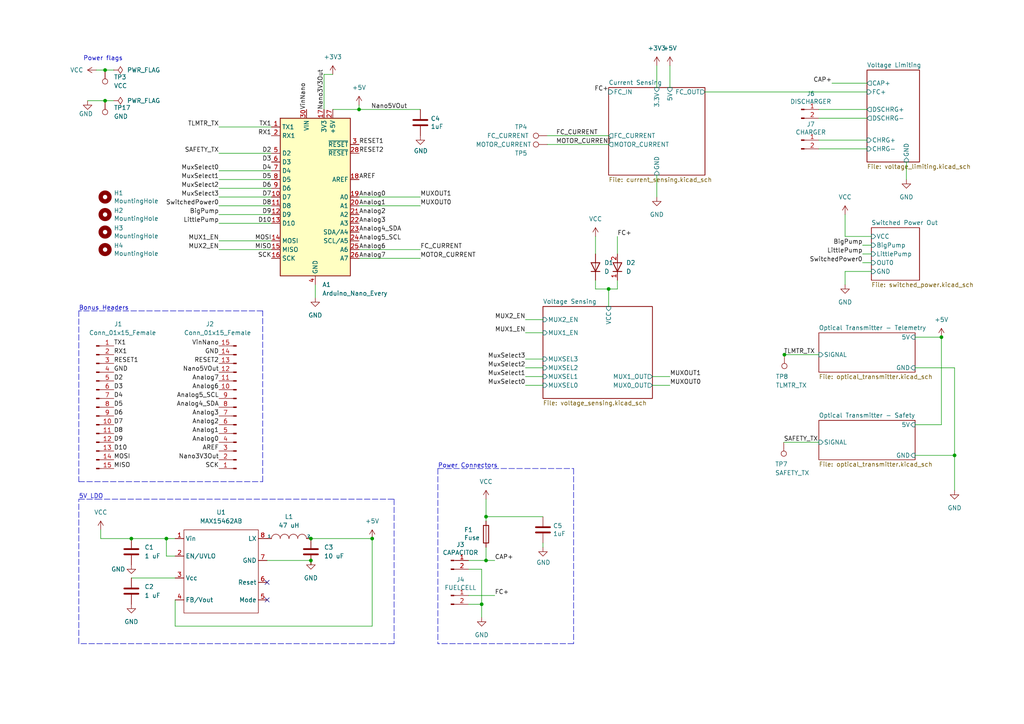
<source format=kicad_sch>
(kicad_sch (version 20211123) (generator eeschema)
  (paper "A4")
  (lib_symbols
    (symbol "Connector:Conn_01x02_Male" (pin_names (offset 1.016) hide)
      (property "Reference" "J" (at 0 2.54 0))
      (property "Value" "Conn_01x02_Male" (at 0 -5.08 0))
      (symbol "Conn_01x02_Male_1_1"
        (polyline (pts (xy 1.27 -2.54) (xy 0.8636 -2.54)) (stroke (width 0.1524)))
        (polyline (pts (xy 1.27 0) (xy 0.8636 0)) (stroke (width 0.1524)))
        (rectangle (start 0.8636 -2.413) (end 0 -2.667) (stroke (width 0.1524)) (fill (type outline)))
        (rectangle (start 0.8636 0.127) (end 0 -0.127) (stroke (width 0.1524)) (fill (type outline)))
        (pin passive line (at 5.08 0 180) (length 3.81) (name "Pin_1") (number "1"))
        (pin passive line (at 5.08 -2.54 180) (length 3.81) (name "Pin_2") (number "2"))
      )
    )
    (symbol "Connector:Conn_01x15_Male" (pin_names (offset 1.016) hide)
      (property "Reference" "J" (at 0 20.32 0))
      (property "Value" "Conn_01x15_Male" (at 0 -20.32 0))
      (symbol "Conn_01x15_Male_1_1"
        (polyline (pts (xy 1.27 -17.78) (xy 0.8636 -17.78)) (stroke (width 0.1524)))
        (polyline (pts (xy 1.27 -15.24) (xy 0.8636 -15.24)) (stroke (width 0.1524)))
        (polyline (pts (xy 1.27 -12.7) (xy 0.8636 -12.7)) (stroke (width 0.1524)))
        (polyline (pts (xy 1.27 -10.16) (xy 0.8636 -10.16)) (stroke (width 0.1524)))
        (polyline (pts (xy 1.27 -7.62) (xy 0.8636 -7.62)) (stroke (width 0.1524)))
        (polyline (pts (xy 1.27 -5.08) (xy 0.8636 -5.08)) (stroke (width 0.1524)))
        (polyline (pts (xy 1.27 -2.54) (xy 0.8636 -2.54)) (stroke (width 0.1524)))
        (polyline (pts (xy 1.27 0) (xy 0.8636 0)) (stroke (width 0.1524)))
        (polyline (pts (xy 1.27 2.54) (xy 0.8636 2.54)) (stroke (width 0.1524)))
        (polyline (pts (xy 1.27 5.08) (xy 0.8636 5.08)) (stroke (width 0.1524)))
        (polyline (pts (xy 1.27 7.62) (xy 0.8636 7.62)) (stroke (width 0.1524)))
        (polyline (pts (xy 1.27 10.16) (xy 0.8636 10.16)) (stroke (width 0.1524)))
        (polyline (pts (xy 1.27 12.7) (xy 0.8636 12.7)) (stroke (width 0.1524)))
        (polyline (pts (xy 1.27 15.24) (xy 0.8636 15.24)) (stroke (width 0.1524)))
        (polyline (pts (xy 1.27 17.78) (xy 0.8636 17.78)) (stroke (width 0.1524)))
        (rectangle (start 0.8636 -17.653) (end 0 -17.907) (stroke (width 0.1524)) (fill (type outline)))
        (rectangle (start 0.8636 -15.113) (end 0 -15.367) (stroke (width 0.1524)) (fill (type outline)))
        (rectangle (start 0.8636 -12.573) (end 0 -12.827) (stroke (width 0.1524)) (fill (type outline)))
        (rectangle (start 0.8636 -10.033) (end 0 -10.287) (stroke (width 0.1524)) (fill (type outline)))
        (rectangle (start 0.8636 -7.493) (end 0 -7.747) (stroke (width 0.1524)) (fill (type outline)))
        (rectangle (start 0.8636 -4.953) (end 0 -5.207) (stroke (width 0.1524)) (fill (type outline)))
        (rectangle (start 0.8636 -2.413) (end 0 -2.667) (stroke (width 0.1524)) (fill (type outline)))
        (rectangle (start 0.8636 0.127) (end 0 -0.127) (stroke (width 0.1524)) (fill (type outline)))
        (rectangle (start 0.8636 2.667) (end 0 2.413) (stroke (width 0.1524)) (fill (type outline)))
        (rectangle (start 0.8636 5.207) (end 0 4.953) (stroke (width 0.1524)) (fill (type outline)))
        (rectangle (start 0.8636 7.747) (end 0 7.493) (stroke (width 0.1524)) (fill (type outline)))
        (rectangle (start 0.8636 10.287) (end 0 10.033) (stroke (width 0.1524)) (fill (type outline)))
        (rectangle (start 0.8636 12.827) (end 0 12.573) (stroke (width 0.1524)) (fill (type outline)))
        (rectangle (start 0.8636 15.367) (end 0 15.113) (stroke (width 0.1524)) (fill (type outline)))
        (rectangle (start 0.8636 17.907) (end 0 17.653) (stroke (width 0.1524)) (fill (type outline)))
        (pin passive line (at 5.08 17.78 180) (length 3.81) (name "Pin_1") (number "1"))
        (pin passive line (at 5.08 -5.08 180) (length 3.81) (name "Pin_10") (number "10"))
        (pin passive line (at 5.08 -7.62 180) (length 3.81) (name "Pin_11") (number "11"))
        (pin passive line (at 5.08 -10.16 180) (length 3.81) (name "Pin_12") (number "12"))
        (pin passive line (at 5.08 -12.7 180) (length 3.81) (name "Pin_13") (number "13"))
        (pin passive line (at 5.08 -15.24 180) (length 3.81) (name "Pin_14") (number "14"))
        (pin passive line (at 5.08 -17.78 180) (length 3.81) (name "Pin_15") (number "15"))
        (pin passive line (at 5.08 15.24 180) (length 3.81) (name "Pin_2") (number "2"))
        (pin passive line (at 5.08 12.7 180) (length 3.81) (name "Pin_3") (number "3"))
        (pin passive line (at 5.08 10.16 180) (length 3.81) (name "Pin_4") (number "4"))
        (pin passive line (at 5.08 7.62 180) (length 3.81) (name "Pin_5") (number "5"))
        (pin passive line (at 5.08 5.08 180) (length 3.81) (name "Pin_6") (number "6"))
        (pin passive line (at 5.08 2.54 180) (length 3.81) (name "Pin_7") (number "7"))
        (pin passive line (at 5.08 0 180) (length 3.81) (name "Pin_8") (number "8"))
        (pin passive line (at 5.08 -2.54 180) (length 3.81) (name "Pin_9") (number "9"))
      )
    )
    (symbol "Connector:TestPoint" (pin_numbers hide) (pin_names (offset 0.762) hide)
      (property "Reference" "TP" (at 0 6.858 0))
      (property "Value" "TestPoint" (at 0 5.08 0))
      (symbol "TestPoint_0_1"
        (circle (center 0 3.302) (radius 0.762))
      )
      (symbol "TestPoint_1_1"
        (pin passive line (at 0 0 90) (length 2.54) (name "1") (number "1"))
      )
    )
    (symbol "D_1" (pin_names (offset 1.016) hide)
      (property "Reference" "D" (at 0 2.54 0))
      (property "Value" "D_1" (at 0 -2.54 0))
      (symbol "D_1_0_1"
        (polyline (pts (xy -1.27 1.27) (xy -1.27 -1.27)) (stroke (width 0.254)))
        (polyline (pts (xy 1.27 0) (xy -1.27 0)))
        (polyline (pts (xy 1.27 1.27) (xy 1.27 -1.27) (xy -1.27 0) (xy 1.27 1.27)) (stroke (width 0.254)))
      )
      (symbol "D_1_1_1"
        (pin passive line (at -3.81 0 0) (length 2.54) (name "K") (number "1"))
        (pin passive line (at 3.81 0 180) (length 2.54) (name "A") (number "2"))
      )
    )
    (symbol "Device:C" (pin_numbers hide) (pin_names (offset 0.254))
      (property "Reference" "C" (at 0.635 2.54 0))
      (property "Value" "C" (at 0.635 -2.54 0))
      (symbol "C_0_1"
        (polyline (pts (xy -2.032 -0.762) (xy 2.032 -0.762)) (stroke (width 0.508)))
        (polyline (pts (xy -2.032 0.762) (xy 2.032 0.762)) (stroke (width 0.508)))
      )
      (symbol "C_1_1"
        (pin passive line (at 0 3.81 270) (length 2.794) (name "~") (number "1"))
        (pin passive line (at 0 -3.81 90) (length 2.794) (name "~") (number "2"))
      )
    )
    (symbol "Device:D" (pin_numbers hide) (pin_names (offset 1.016) hide)
      (property "Reference" "D" (at 0 2.54 0))
      (property "Value" "D" (at 0 -2.54 0))
      (symbol "D_0_1"
        (polyline (pts (xy -1.27 1.27) (xy -1.27 -1.27)) (stroke (width 0.254)))
        (polyline (pts (xy 1.27 0) (xy -1.27 0)))
        (polyline (pts (xy 1.27 1.27) (xy 1.27 -1.27) (xy -1.27 0) (xy 1.27 1.27)) (stroke (width 0.254)))
      )
      (symbol "D_1_1"
        (pin passive line (at -3.81 0 0) (length 2.54) (name "K") (number "1"))
        (pin passive line (at 3.81 0 180) (length 2.54) (name "A") (number "2"))
      )
    )
    (symbol "Device:Fuse" (pin_numbers hide) (pin_names (offset 0))
      (property "Reference" "F" (at 2.032 0 90))
      (property "Value" "Fuse" (at -1.905 0 90))
      (symbol "Fuse_0_1"
        (rectangle (start -0.762 -2.54) (end 0.762 2.54) (stroke (width 0.254)))
        (polyline (pts (xy 0 2.54) (xy 0 -2.54)))
      )
      (symbol "Fuse_1_1"
        (pin passive line (at 0 3.81 270) (length 1.27) (name "~") (number "1"))
        (pin passive line (at 0 -3.81 90) (length 1.27) (name "~") (number "2"))
      )
    )
    (symbol "MAX15462AB:MAX15462AB"
      (property "Reference" "U" (at 10.16 11.43 0))
      (property "Value" "MAX15462AB" (at -2.54 26.67 0))
      (symbol "MAX15462AB_0_1"
        (rectangle (start -12.7 11.43) (end 11.43 -10.16))
      )
      (symbol "MAX15462AB_1_1"
        (pin power_in line (at -10.16 -12.7 90) (length 2.54) (name "Vin") (number "1"))
        (pin input line (at -5.08 -12.7 90) (length 2.54) (name "EN/UVLO") (number "2"))
        (pin power_in line (at 1.27 -12.7 90) (length 2.54) (name "Vcc") (number "3"))
        (pin output line (at 7.62 -12.7 90) (length 2.54) (name "FB/Vout") (number "4"))
        (pin input line (at 7.62 13.97 270) (length 2.54) (name "Mode") (number "5"))
        (pin input line (at 2.54 13.97 270) (length 2.54) (name "Reset") (number "6"))
        (pin power_in line (at -3.81 13.97 270) (length 2.54) (name "GND") (number "7"))
        (pin input line (at -10.16 13.97 270) (length 2.54) (name "LX") (number "8"))
      )
    )
    (symbol "MCU_Module:Arduino_Nano_Every"
      (property "Reference" "A" (at -10.16 23.495 0))
      (property "Value" "Arduino_Nano_Every" (at 5.08 -24.13 0))
      (symbol "Arduino_Nano_Every_0_1"
        (rectangle (start -10.16 22.86) (end 10.16 -22.86) (stroke (width 0.254)) (fill (type background)))
      )
      (symbol "Arduino_Nano_Every_1_1"
        (pin bidirectional line (at -12.7 20.32 0) (length 2.54) (name "TX1") (number "1"))
        (pin bidirectional line (at -12.7 0 0) (length 2.54) (name "D7") (number "10"))
        (pin bidirectional line (at -12.7 -2.54 0) (length 2.54) (name "D8") (number "11"))
        (pin bidirectional line (at -12.7 -5.08 0) (length 2.54) (name "D9") (number "12"))
        (pin bidirectional line (at -12.7 -7.62 0) (length 2.54) (name "D10") (number "13"))
        (pin bidirectional line (at -12.7 -12.7 0) (length 2.54) (name "MOSI") (number "14"))
        (pin bidirectional line (at -12.7 -15.24 0) (length 2.54) (name "MISO") (number "15"))
        (pin bidirectional line (at -12.7 -17.78 0) (length 2.54) (name "SCK") (number "16"))
        (pin power_out line (at 2.54 25.4 270) (length 2.54) (name "3V3") (number "17"))
        (pin input line (at 12.7 5.08 180) (length 2.54) (name "AREF") (number "18"))
        (pin bidirectional line (at 12.7 0 180) (length 2.54) (name "A0") (number "19"))
        (pin bidirectional line (at -12.7 17.78 0) (length 2.54) (name "RX1") (number "2"))
        (pin bidirectional line (at 12.7 -2.54 180) (length 2.54) (name "A1") (number "20"))
        (pin bidirectional line (at 12.7 -5.08 180) (length 2.54) (name "A2") (number "21"))
        (pin bidirectional line (at 12.7 -7.62 180) (length 2.54) (name "A3") (number "22"))
        (pin bidirectional line (at 12.7 -10.16 180) (length 2.54) (name "SDA/A4") (number "23"))
        (pin bidirectional line (at 12.7 -12.7 180) (length 2.54) (name "SCL/A5") (number "24"))
        (pin bidirectional line (at 12.7 -15.24 180) (length 2.54) (name "A6") (number "25"))
        (pin bidirectional line (at 12.7 -17.78 180) (length 2.54) (name "A7") (number "26"))
        (pin power_out line (at 5.08 25.4 270) (length 2.54) (name "+5V") (number "27"))
        (pin input line (at 12.7 12.7 180) (length 2.54) (name "~{RESET}") (number "28"))
        (pin passive line (at 0 -25.4 90) (length 2.54) hide (name "GND") (number "29"))
        (pin input line (at 12.7 15.24 180) (length 2.54) (name "~{RESET}") (number "3"))
        (pin power_in line (at -2.54 25.4 270) (length 2.54) (name "VIN") (number "30"))
        (pin power_in line (at 0 -25.4 90) (length 2.54) (name "GND") (number "4"))
        (pin bidirectional line (at -12.7 12.7 0) (length 2.54) (name "D2") (number "5"))
        (pin bidirectional line (at -12.7 10.16 0) (length 2.54) (name "D3") (number "6"))
        (pin bidirectional line (at -12.7 7.62 0) (length 2.54) (name "D4") (number "7"))
        (pin bidirectional line (at -12.7 5.08 0) (length 2.54) (name "D5") (number "8"))
        (pin bidirectional line (at -12.7 2.54 0) (length 2.54) (name "D6") (number "9"))
      )
    )
    (symbol "Mechanical:MountingHole" (pin_names (offset 1.016))
      (property "Reference" "H" (at 0 5.08 0))
      (property "Value" "MountingHole" (at 0 3.175 0))
      (symbol "MountingHole_0_1"
        (circle (center 0 0) (radius 1.27) (stroke (width 1.27)))
      )
    )
    (symbol "power:+3V3" (power) (pin_names (offset 0))
      (property "Value" "+3V3" (at 0 3.556 0))
      (symbol "+3V3_0_1"
        (polyline (pts (xy -0.762 1.27) (xy 0 2.54)))
        (polyline (pts (xy 0 0) (xy 0 2.54)))
        (polyline (pts (xy 0 2.54) (xy 0.762 1.27)))
      )
      (symbol "+3V3_1_1"
        (pin power_in line (at 0 0 90) (length 0) hide (name "+3V3") (number "1"))
      )
    )
    (symbol "power:+5V" (power) (pin_names (offset 0))
      (property "Value" "+5V" (at 0 3.556 0))
      (symbol "+5V_0_1"
        (polyline (pts (xy -0.762 1.27) (xy 0 2.54)))
        (polyline (pts (xy 0 0) (xy 0 2.54)))
        (polyline (pts (xy 0 2.54) (xy 0.762 1.27)))
      )
      (symbol "+5V_1_1"
        (pin power_in line (at 0 0 90) (length 0) hide (name "+5V") (number "1"))
      )
    )
    (symbol "power:GND" (power) (pin_names (offset 0))
      (property "Value" "GND" (at 0 -3.81 0))
      (symbol "GND_0_1"
        (polyline (pts (xy 0 0) (xy 0 -1.27) (xy 1.27 -1.27) (xy 0 -2.54) (xy -1.27 -1.27) (xy 0 -1.27)))
      )
      (symbol "GND_1_1"
        (pin power_in line (at 0 0 270) (length 0) hide (name "GND") (number "1"))
      )
    )
    (symbol "power:PWR_FLAG" (power) (pin_numbers hide) (pin_names (offset 0) hide)
      (property "Value" "PWR_FLAG" (at 0 3.81 0))
      (symbol "PWR_FLAG_0_0"
        (pin power_out line (at 0 0 90) (length 0) (name "pwr") (number "1"))
      )
      (symbol "PWR_FLAG_0_1"
        (polyline (pts (xy 0 0) (xy 0 1.27) (xy -1.016 1.905) (xy 0 2.54) (xy 1.016 1.905) (xy 0 1.27)))
      )
    )
    (symbol "power:VCC" (power) (pin_names (offset 0))
      (property "Value" "VCC" (at 0 3.81 0))
      (symbol "VCC_0_1"
        (polyline (pts (xy -0.762 1.27) (xy 0 2.54)))
        (polyline (pts (xy 0 0) (xy 0 2.54)))
        (polyline (pts (xy 0 2.54) (xy 0.762 1.27)))
      )
      (symbol "VCC_1_1"
        (pin power_in line (at 0 0 90) (length 0) hide (name "VCC") (number "1"))
      )
    )
    (symbol "pspice:INDUCTOR" (pin_numbers hide) (pin_names (offset 0))
      (property "Reference" "L" (at 0 2.54 0))
      (property "Value" "INDUCTOR" (at 0 -1.27 0))
      (symbol "INDUCTOR_0_1"
        (arc (start -2.54 0) (mid -3.81 1.27) (end -5.08 0))
        (arc (start 0 0) (mid -1.27 1.27) (end -2.54 0))
        (arc (start 2.54 0) (mid 1.27 1.27) (end 0 0))
        (arc (start 5.08 0) (mid 3.81 1.27) (end 2.54 0))
      )
      (symbol "INDUCTOR_1_1"
        (pin input line (at -6.35 0 0) (length 1.27) (name "1") (number "1"))
        (pin input line (at 6.35 0 180) (length 1.27) (name "2") (number "2"))
      )
    )
  )
  (junction (at 107.95 156.21))
  (junction (at 140.97 162.56))
  (junction (at 140.97 149.86))
  (junction (at 30.48 20.32))
  (junction (at 38.1 156.21))
  (junction (at 30.48 29.21))
  (junction (at 276.86 132.08))
  (junction (at 139.7 175.26))
  (junction (at 90.17 156.21))
  (junction (at 90.17 162.56))
  (junction (at 176.53 83.82))
  (junction (at 104.14 31.75))
  (junction (at 227.5128 102.87))
  (junction (at 48.26 156.21))
  (junction (at 273.05 97.79))
  (no_connect (at 77.47 173.99))
  (no_connect (at 77.47 168.91))
  (wire (pts (xy 121.92 72.39) (xy 104.14 72.39)))
  (wire (pts (xy 273.05 97.79) (xy 273.05 123.19)))
  (wire (pts (xy 63.5 52.07) (xy 78.74 52.07)))
  (wire (pts (xy 189.23 111.76) (xy 194.31 111.76)))
  (polyline (pts (xy 22.86 90.17) (xy 22.86 139.7)))
  (wire (pts (xy 29.21 156.21) (xy 38.1 156.21)))
  (wire (pts (xy 104.14 31.75) (xy 121.92 31.75)))
  (wire (pts (xy 237.49 34.29) (xy 251.46 34.29)))
  (wire (pts (xy 273.05 123.19) (xy 265.43 123.19)))
  (wire (pts (xy 48.26 156.21) (xy 48.26 161.29)))
  (wire (pts (xy 50.8 173.99) (xy 50.8 181.61)))
  (polyline (pts (xy 22.86 144.78) (xy 27.94 144.78)))
  (polyline (pts (xy 76.2 139.7) (xy 76.2 90.17)))
  (polyline (pts (xy 22.86 139.7) (xy 76.2 139.7)))
  (wire (pts (xy 63.5 44.45) (xy 78.74 44.45)))
  (wire (pts (xy 172.72 68.58) (xy 172.72 73.66)))
  (polyline (pts (xy 114.3 144.78) (xy 114.3 186.69)))
  (wire (pts (xy 245.11 68.58) (xy 252.73 68.58)))
  (polyline (pts (xy 114.3 186.69) (xy 22.86 186.69)))
  (wire (pts (xy 27.94 20.32) (xy 30.48 20.32)))
  (wire (pts (xy 29.21 153.67) (xy 29.21 156.21)))
  (wire (pts (xy 276.86 106.68) (xy 276.86 132.08)))
  (wire (pts (xy 135.89 172.72) (xy 143.51 172.72)))
  (wire (pts (xy 38.1 167.64) (xy 50.8 167.64)))
  (wire (pts (xy 250.19 73.66) (xy 252.73 73.66)))
  (wire (pts (xy 158.75 41.91) (xy 176.53 41.91)))
  (wire (pts (xy 93.98 21.59) (xy 96.52 21.59)))
  (wire (pts (xy 194.31 19.05) (xy 194.31 25.4)))
  (polyline (pts (xy 22.86 186.69) (xy 22.86 144.78)))
  (wire (pts (xy 152.4 111.76) (xy 157.48 111.76)))
  (wire (pts (xy 227.5128 102.87) (xy 237.49 102.87)))
  (wire (pts (xy 237.49 31.75) (xy 251.46 31.75)))
  (wire (pts (xy 135.89 162.56) (xy 140.97 162.56)))
  (wire (pts (xy 38.1 156.21) (xy 48.26 156.21)))
  (polyline (pts (xy 127 135.89) (xy 166.37 135.89)))
  (wire (pts (xy 250.19 71.12) (xy 252.73 71.12)))
  (wire (pts (xy 172.72 83.82) (xy 176.53 83.82)))
  (wire (pts (xy 265.43 132.08) (xy 276.86 132.08)))
  (wire (pts (xy 179.07 83.82) (xy 179.07 81.28)))
  (wire (pts (xy 104.14 59.69) (xy 121.92 59.69)))
  (wire (pts (xy 63.5 57.15) (xy 78.74 57.15)))
  (wire (pts (xy 245.11 82.55) (xy 245.11 78.74)))
  (wire (pts (xy 90.17 162.56) (xy 90.17 163.83)))
  (wire (pts (xy 63.5 54.61) (xy 78.74 54.61)))
  (wire (pts (xy 30.48 29.21) (xy 33.02 29.21)))
  (wire (pts (xy 90.17 156.21) (xy 107.95 156.21)))
  (polyline (pts (xy 127 135.89) (xy 127 186.69)))
  (wire (pts (xy 63.5 36.83) (xy 78.74 36.83)))
  (wire (pts (xy 139.7 165.1) (xy 139.7 175.26)))
  (wire (pts (xy 104.14 57.15) (xy 121.92 57.15)))
  (wire (pts (xy 190.5 19.05) (xy 190.5 25.4)))
  (wire (pts (xy 63.5 49.53) (xy 78.74 49.53)))
  (wire (pts (xy 245.11 62.23) (xy 245.11 68.58)))
  (wire (pts (xy 265.43 106.68) (xy 276.86 106.68)))
  (wire (pts (xy 63.5 62.23) (xy 78.74 62.23)))
  (wire (pts (xy 140.97 158.75) (xy 140.97 162.56)))
  (wire (pts (xy 152.4 96.52) (xy 157.48 96.52)))
  (wire (pts (xy 121.92 74.93) (xy 104.14 74.93)))
  (wire (pts (xy 93.98 31.75) (xy 93.98 21.59)))
  (wire (pts (xy 157.48 157.48) (xy 157.48 158.75)))
  (wire (pts (xy 135.89 165.1) (xy 139.7 165.1)))
  (wire (pts (xy 140.97 149.86) (xy 140.97 151.13)))
  (wire (pts (xy 77.47 162.56) (xy 90.17 162.56)))
  (wire (pts (xy 189.23 109.22) (xy 194.31 109.22)))
  (wire (pts (xy 227.33 102.87) (xy 227.5128 102.87)))
  (wire (pts (xy 227.33 128.27) (xy 237.49 128.27)))
  (wire (pts (xy 30.48 20.32) (xy 33.02 20.32)))
  (wire (pts (xy 245.11 78.74) (xy 252.73 78.74)))
  (wire (pts (xy 63.5 72.39) (xy 78.74 72.39)))
  (wire (pts (xy 152.4 109.22) (xy 157.48 109.22)))
  (wire (pts (xy 96.52 31.75) (xy 104.14 31.75)))
  (wire (pts (xy 273.05 97.79) (xy 265.43 97.79)))
  (wire (pts (xy 241.3 24.13) (xy 251.46 24.13)))
  (wire (pts (xy 262.89 46.99) (xy 262.89 52.07)))
  (wire (pts (xy 172.72 81.28) (xy 172.72 83.82)))
  (wire (pts (xy 176.53 83.82) (xy 176.53 88.9)))
  (wire (pts (xy 152.4 106.68) (xy 157.48 106.68)))
  (wire (pts (xy 152.4 104.14) (xy 157.48 104.14)))
  (wire (pts (xy 104.14 30.48) (xy 104.14 31.75)))
  (wire (pts (xy 48.26 161.29) (xy 50.8 161.29)))
  (wire (pts (xy 25.4 29.21) (xy 30.48 29.21)))
  (wire (pts (xy 63.5 59.69) (xy 78.74 59.69)))
  (wire (pts (xy 190.5 50.8) (xy 190.5 57.15)))
  (wire (pts (xy 63.5 64.77) (xy 78.74 64.77)))
  (wire (pts (xy 176.53 83.82) (xy 179.07 83.82)))
  (wire (pts (xy 63.5 69.85) (xy 78.74 69.85)))
  (polyline (pts (xy 27.94 144.78) (xy 114.3 144.78)))
  (polyline (pts (xy 76.2 90.17) (xy 22.86 90.17)))
  (wire (pts (xy 152.4 92.71) (xy 157.48 92.71)))
  (wire (pts (xy 140.97 144.78) (xy 140.97 149.86)))
  (polyline (pts (xy 166.37 135.89) (xy 166.37 186.69)))
  (wire (pts (xy 140.97 162.56) (xy 143.51 162.56)))
  (wire (pts (xy 179.07 68.58) (xy 179.07 73.66)))
  (wire (pts (xy 50.8 181.61) (xy 107.95 181.61)))
  (wire (pts (xy 158.75 39.37) (xy 176.53 39.37)))
  (wire (pts (xy 157.48 149.86) (xy 140.97 149.86)))
  (wire (pts (xy 91.44 82.55) (xy 91.44 86.36)))
  (wire (pts (xy 276.86 132.08) (xy 276.86 142.24)))
  (wire (pts (xy 250.19 76.2) (xy 252.73 76.2)))
  (wire (pts (xy 48.26 156.21) (xy 50.8 156.21)))
  (wire (pts (xy 107.95 156.21) (xy 107.95 181.61)))
  (wire (pts (xy 204.47 26.67) (xy 251.46 26.67)))
  (wire (pts (xy 237.49 40.64) (xy 251.46 40.64)))
  (wire (pts (xy 139.7 175.26) (xy 139.7 179.07)))
  (wire (pts (xy 135.89 175.26) (xy 139.7 175.26)))
  (polyline (pts (xy 166.37 186.69) (xy 127 186.69)))
  (wire (pts (xy 237.49 43.18) (xy 251.46 43.18)))
  (text "5V LDO" (at 22.86 144.78 0) (effects (font (size 1.27 1.27)) (justify left bottom)))
  (text "Power Connectors" (at 127 135.89 0) (effects (font (size 1.27 1.27)) (justify left bottom)))
  (text "Power flags" (at 24.13 17.78 0) (effects (font (size 1.27 1.27)) (justify left bottom)))
  (text "Bonus Headers\n" (at 22.86 90.17 0) (effects (font (size 1.27 1.27)) (justify left bottom)))
  (label "D5" (at 78.74 52.07 180))
  (label "SCK" (at 78.74 74.93 180))
  (label "VinNano" (at 88.9 31.75 90))
  (label "Analog6" (at 104.14 72.39 0))
  (label "Nano5VOut" (at 118.11 31.75 180))
  (label "Analog4_SDA" (at 104.14 67.31 0))
  (label "MuxSelect3" (at 63.5 57.15 180))
  (label "SAFETY_TX" (at 227.33 128.27 0))
  (label "D9" (at 78.74 62.23 180))
  (label "Analog0" (at 63.5 128.27 180))
  (label "RESET1" (at 33.02 105.41 0))
  (label "MISO" (at 33.02 135.89 0))
  (label "MUXOUT1" (at 194.31 109.22 0))
  (label "Analog1" (at 63.5 125.73 180))
  (label "FC+" (at 143.51 172.72 0))
  (label "D3" (at 33.02 113.03 0))
  (label "MISO" (at 78.74 72.39 180))
  (label "LittlePump" (at 63.5 64.77 180))
  (label "D2" (at 78.74 44.45 180))
  (label "MUX2_EN" (at 152.4 92.71 180))
  (label "MuxSelect1" (at 63.5 52.07 180))
  (label "CAP+" (at 241.3 24.13 180))
  (label "AREF" (at 63.5 130.81 180))
  (label "Analog4_SDA" (at 63.5 118.11 180))
  (label "Analog7" (at 104.14 74.93 0))
  (label "Analog3" (at 63.5 120.65 180))
  (label "Nano3V3Out" (at 93.98 31.75 90))
  (label "D8" (at 33.02 125.73 0))
  (label "D5" (at 33.02 118.11 0))
  (label "D6" (at 78.74 54.61 180))
  (label "Analog7" (at 63.5 110.49 180))
  (label "D6" (at 33.02 120.65 0))
  (label "GND" (at 33.02 107.95 0))
  (label "Analog2" (at 104.14 62.23 0))
  (label "SCK" (at 63.5 135.89 180))
  (label "TX1" (at 33.02 100.33 0))
  (label "MuxSelect1" (at 152.4 109.22 180))
  (label "Analog3" (at 104.14 64.77 0))
  (label "FC_CURRENT" (at 161.29 39.37 0))
  (label "SwitchedPower0" (at 63.5 59.69 180))
  (label "RESET2" (at 63.5 105.41 180))
  (label "RX1" (at 33.02 102.87 0))
  (label "MuxSelect2" (at 152.4 106.68 180))
  (label "FC+" (at 176.53 26.67 180))
  (label "Nano5VOut" (at 63.5 107.95 180))
  (label "Analog5_SCL" (at 63.5 115.57 180))
  (label "D4" (at 33.02 115.57 0))
  (label "D7" (at 33.02 123.19 0))
  (label "CAP+" (at 143.51 162.56 0))
  (label "D4" (at 78.74 49.53 180))
  (label "BigPump" (at 63.5 62.23 180))
  (label "Analog1" (at 104.14 59.69 0))
  (label "GND" (at 63.5 102.87 180))
  (label "SwitchedPower0" (at 250.19 76.2 180))
  (label "Analog0" (at 104.14 57.15 0))
  (label "BigPump" (at 250.19 71.12 180))
  (label "D3" (at 78.74 46.99 180))
  (label "Analog6" (at 63.5 113.03 180))
  (label "MUX1_EN" (at 63.5 69.85 180))
  (label "TLMTR_TX" (at 227.33 102.87 0))
  (label "D2" (at 33.02 110.49 0))
  (label "FC+" (at 179.07 68.58 0))
  (label "D8" (at 78.74 59.69 180))
  (label "Analog2" (at 63.5 123.19 180))
  (label "D9" (at 33.02 128.27 0))
  (label "MUXOUT1" (at 121.92 57.15 0))
  (label "RX1" (at 78.74 39.37 180))
  (label "MOSI" (at 33.02 133.35 0))
  (label "LittlePump" (at 250.19 73.66 180))
  (label "Analog5_SCL" (at 104.14 69.85 0))
  (label "RESET1" (at 104.14 41.91 0))
  (label "AREF" (at 104.14 52.07 0))
  (label "SAFETY_TX" (at 63.5 44.45 180))
  (label "D10" (at 78.74 64.77 180))
  (label "MUX1_EN" (at 152.4 96.52 180))
  (label "FC_CURRENT" (at 121.92 72.39 0))
  (label "MuxSelect2" (at 63.5 54.61 180))
  (label "VinNano" (at 63.5 100.33 180))
  (label "MuxSelect0" (at 152.4 111.76 180))
  (label "MUXOUT0" (at 194.31 111.76 0))
  (label "MOSI" (at 78.74 69.85 180))
  (label "MOTOR_CURRENT" (at 161.29 41.91 0))
  (label "D10" (at 33.02 130.81 0))
  (label "MuxSelect0" (at 63.5 49.53 180))
  (label "MUXOUT0" (at 121.92 59.69 0))
  (label "RESET2" (at 104.14 44.45 0))
  (label "TLMTR_TX" (at 63.5 36.83 180))
  (label "TX1" (at 78.74 36.83 180))
  (label "Nano3V3Out" (at 63.5 133.35 180))
  (label "MOTOR_CURRENT" (at 121.92 74.93 0))
  (label "D7" (at 78.74 57.15 180))
  (label "MuxSelect3" (at 152.4 104.14 180))
  (label "MUX2_EN" (at 63.5 72.39 180))
  (symbol (lib_id "Device:D") (at 172.72 77.47 90) (unit 1)
    (property "Reference" "D1" (at 175.26 76.1999 90) (effects (justify right)))
    (property "Value" "D" (at 175.26 78.7399 90) (effects (justify right)))
    (property "Footprint" "custom:TSOT-23-3(2)" (effects hide))
  )
  (symbol (lib_id "Mechanical:MountingHole") (at 30.48 67.31 0) (unit 1)
    (property "Reference" "H3" (at 33.02 66.1416 0) (effects (justify left)))
    (property "Value" "MountingHole" (at 33.02 68.453 0) (effects (justify left)))
    (property "Footprint" "MountingHole:MountingHole_3.2mm_M3" (effects hide))
  )
  (symbol (lib_id "power:+5V") (at 194.31 19.05 0) (unit 1)
    (property "Reference" "#PWR0114" (effects hide))
    (property "Value" "+5V" (at 194.31 13.97 0))
  )
  (symbol (lib_id "Connector:TestPoint") (at 30.48 20.32 180) (unit 1)
    (property "Reference" "TP3" (at 33.02 22.3519 0) (effects (justify right)))
    (property "Value" "VCC" (at 33.02 24.8919 0) (effects (justify right)))
    (property "Footprint" "TestPoint:TestPoint_Pad_4.0x4.0mm" (effects hide))
  )
  (symbol (lib_id "power:GND") (at 25.4 29.21 0) (unit 1)
    (property "Reference" "#PWR0169" (effects hide))
    (property "Value" "GND" (at 22.86 33.02 0) (effects (justify left)))
  )
  (symbol (lib_id "Connector:Conn_01x15_Male") (at 27.94 118.11 0) (unit 1)
    (property "Reference" "J1" (at 34.29 93.98 0))
    (property "Value" "Conn_01x15_Female" (at 35.56 96.52 0))
    (property "Footprint" "Connector_PinSocket_2.54mm:PinSocket_1x15_P2.54mm_Vertical" (effects hide))
    (property "Datasheet" "https://www.digikey.ca/en/products/detail/310-87-115-41-001101/1212-1103-ND/3757353" (effects hide))
    (property "DigikeyPN" "1212-1103-ND" (effects hide))
    (property "MPN" "310-87-115-41-001101" (effects hide))
    (property "Description" "CONN SOCKET 15POS 0.1 GOLD PCB" (effects hide))
    (property "Manufacturer" "Preci-Dip" (effects hide))
  )
  (symbol (lib_id "power:PWR_FLAG") (at 33.02 29.21 270) (unit 1)
    (property "Reference" "#FLG0104" (effects hide))
    (property "Value" "PWR_FLAG" (at 36.83 29.2099 90) (effects (justify left)))
  )
  (symbol (lib_id "MCU_Module:Arduino_Nano_Every") (at 91.44 57.15 0) (unit 1)
    (property "Reference" "A1" (at 93.4594 82.55 0) (effects (justify left)))
    (property "Value" "Arduino_Nano_Every" (at 93.4594 85.09 0) (effects (justify left)))
    (property "Footprint" "Module:Arduino_Nano" (effects hide))
    (property "Datasheet" "https://content.arduino.cc/assets/NANOEveryV3.0_sch.pdf" (effects hide))
  )
  (symbol (lib_id "power:GND") (at 190.5 57.15 0) (unit 1)
    (property "Reference" "#PWR0106" (effects hide))
    (property "Value" "GND" (at 190.5 62.23 0))
  )
  (symbol (lib_id "Device:C") (at 90.17 160.02 0) (unit 1)
    (property "Reference" "C3" (at 93.98 158.7499 0) (effects (justify left)))
    (property "Value" "10 uF" (at 93.98 161.2899 0) (effects (justify left)))
    (property "Footprint" "Capacitor_SMD:C_0805_2012Metric_Pad1.18x1.45mm_HandSolder" (effects hide))
    (property "Datasheet" "~https://media.digikey.com/pdf/Data%20Sheets/Samsung%20PDFs/CL10A106KQ8NNNC_Spec.pdf" (effects hide))
  )
  (symbol (lib_id "Connector:Conn_01x02_Male") (at 232.41 40.64 0) (unit 1)
    (property "Reference" "J7" (at 235.1532 36.0426 0))
    (property "Value" "CHARGER" (at 235.1532 38.354 0))
    (property "Footprint" "Connector_Molex:Molex_Mini-Fit_Jr_5569-02A2_2x01_P4.20mm_Horizontal" (effects hide))
    (property "Datasheet" "https://www.molex.com/pdm_docs/ps/PS-5556-001.pdf" (effects hide))
    (property "DigikeyPN" "0050361758-ND" (effects hide))
  )
  (symbol (lib_id "power:GND") (at 38.1 163.83 0) (unit 1)
    (property "Reference" "#PWR0103" (effects hide))
    (property "Value" "GND" (at 34.29 165.1 0))
  )
  (symbol (lib_id "power:GND") (at 139.7 179.07 0) (unit 1)
    (property "Reference" "#PWR0120" (effects hide))
    (property "Value" "GND" (at 139.7 184.15 0))
  )
  (symbol (lib_id "Mechanical:MountingHole") (at 30.48 72.39 0) (unit 1)
    (property "Reference" "H4" (at 33.02 71.2216 0) (effects (justify left)))
    (property "Value" "MountingHole" (at 33.02 73.533 0) (effects (justify left)))
    (property "Footprint" "MountingHole:MountingHole_3.2mm_M3" (effects hide))
  )
  (symbol (lib_id "Connector:Conn_01x02_Male") (at 232.41 31.75 0) (unit 1)
    (property "Reference" "J6" (at 235.1532 27.1526 0))
    (property "Value" "DISCHARGER" (at 235.1532 29.464 0))
    (property "Footprint" "Connector_Molex:Molex_Mini-Fit_Jr_5569-02A2_2x01_P4.20mm_Horizontal" (effects hide))
    (property "Datasheet" "https://www.molex.com/pdm_docs/ps/PS-5556-001.pdf" (effects hide))
    (property "DigikeyPN" "0050361758-ND" (effects hide))
  )
  (symbol (lib_id "power:GND") (at 276.86 142.24 0) (unit 1)
    (property "Reference" "#PWR0109" (effects hide))
    (property "Value" "GND" (at 276.86 147.32 0))
  )
  (symbol (lib_id "Connector:TestPoint") (at 158.75 41.91 90) (unit 1)
    (property "Reference" "TP5" (at 151.13 44.45 90))
    (property "Value" "MOTOR_CURRENT" (at 146.05 41.91 90))
    (property "Footprint" "TestPoint:TestPoint_Pad_4.0x4.0mm" (effects hide))
  )
  (symbol (lib_id "Connector:TestPoint") (at 158.75 39.37 90) (unit 1)
    (property "Reference" "TP4" (at 151.13 36.83 90))
    (property "Value" "FC_CURRENT" (at 147.32 39.37 90))
    (property "Footprint" "TestPoint:TestPoint_Pad_4.0x4.0mm" (effects hide))
  )
  (symbol (lib_id "power:GND") (at 262.89 52.07 0) (unit 1)
    (property "Reference" "#PWR0112" (effects hide))
    (property "Value" "GND" (at 262.89 57.15 0))
  )
  (symbol (lib_id "power:GND") (at 90.17 162.56 0) (unit 1)
    (property "Reference" "#PWR0101" (effects hide))
    (property "Value" "GND" (at 90.17 167.64 0))
  )
  (symbol (lib_id "power:VCC") (at 27.94 20.32 90) (unit 1)
    (property "Reference" "#PWR0116" (effects hide))
    (property "Value" "VCC" (at 20.32 20.32 90) (effects (justify right)))
  )
  (symbol (lib_id "power:GND") (at 38.1 175.26 0) (unit 1)
    (property "Reference" "#PWR0102" (effects hide))
    (property "Value" "GND" (at 38.1 180.34 0))
  )
  (symbol (lib_id "Mechanical:MountingHole") (at 30.48 62.23 0) (unit 1)
    (property "Reference" "H2" (at 33.02 61.0616 0) (effects (justify left)))
    (property "Value" "MountingHole" (at 33.02 63.373 0) (effects (justify left)))
    (property "Footprint" "MountingHole:MountingHole_3.2mm_M3" (effects hide))
  )
  (symbol (lib_name "D_1") (lib_id "Device:D") (at 179.07 77.47 90) (unit 1)
    (property "Reference" "D2" (at 181.61 76.1999 90) (effects (justify right)))
    (property "Value" "D" (at 181.61 78.7399 90) (effects (justify right)))
    (property "Footprint" "custom:TSOT-23-3(2)" (effects hide))
  )
  (symbol (lib_id "pspice:INDUCTOR") (at 83.82 156.21 0) (unit 1)
    (property "Reference" "L1" (at 83.82 149.86 0))
    (property "Value" "47 uH" (at 83.82 152.4 0))
    (property "Footprint" "Inductor_SMD:L_Coilcraft_LPS4018" (effects hide))
    (property "Datasheet" "https://www.coilcraft.com/getmedia/31b05c96-4c4c-4498-8dbb-fe092de76bad/lps4018.pdf" (effects hide))
  )
  (symbol (lib_id "power:+5V") (at 104.14 30.48 0) (unit 1)
    (property "Reference" "#PWR0117" (effects hide))
    (property "Value" "+5V" (at 104.14 25.4 0))
  )
  (symbol (lib_id "power:VCC") (at 172.72 68.58 0) (unit 1)
    (property "Reference" "#PWR01" (effects hide))
    (property "Value" "VCC" (at 172.72 63.5 0))
  )
  (symbol (lib_id "Connector:Conn_01x02_Male") (at 130.81 162.56 0) (unit 1)
    (property "Reference" "J3" (at 133.5532 157.9626 0))
    (property "Value" "CAPACITOR" (at 133.5532 160.274 0))
    (property "Footprint" "custom:VP0265540000G" (effects hide))
  )
  (symbol (lib_id "Device:C") (at 38.1 160.02 0) (unit 1)
    (property "Reference" "C1" (at 41.91 158.7499 0) (effects (justify left)))
    (property "Value" "1 uF" (at 41.91 161.2899 0) (effects (justify left)))
    (property "Footprint" "Capacitor_SMD:C_0805_2012Metric_Pad1.18x1.45mm_HandSolder" (effects hide))
    (property "Datasheet" "https://media.digikey.com/pdf/Data%20Sheets/Samsung%20PDFs/CL21B105KBFNNNG_Spec.pdf" (effects hide))
  )
  (symbol (lib_id "Connector:Conn_01x15_Male") (at 68.58 118.11 180) (unit 1)
    (property "Reference" "J2" (at 59.69 93.98 0) (effects (justify right)))
    (property "Value" "Conn_01x15_Female" (at 53.34 96.52 0) (effects (justify right)))
    (property "Footprint" "Connector_PinSocket_2.54mm:PinSocket_1x15_P2.54mm_Vertical" (effects hide))
    (property "Datasheet" "https://www.digikey.ca/en/products/detail/310-87-115-41-001101/1212-1103-ND/3757353" (effects hide))
    (property "DigikeyPN" "1212-1103-ND" (effects hide))
    (property "DK_Detail_Page" "https://www.digikey.ca/en/products/detail/310-87-115-41-001101/1212-1103-ND/3757353" (effects hide))
    (property "MPN" "310-87-115-41-001101" (effects hide))
    (property "Description" "CONN SOCKET 15POS 0.1 GOLD PCB" (effects hide))
    (property "Manufacturer" "Preci-Dip" (effects hide))
  )
  (symbol (lib_id "Connector:TestPoint") (at 30.48 29.21 180) (unit 1)
    (property "Reference" "TP17" (at 33.02 31.2419 0) (effects (justify right)))
    (property "Value" "GND" (at 33.02 33.7819 0) (effects (justify right)))
    (property "Footprint" "TestPoint:TestPoint_Pad_4.0x4.0mm" (effects hide))
  )
  (symbol (lib_id "power:+5V") (at 273.05 97.79 0) (unit 1)
    (property "Reference" "#PWR0110" (effects hide))
    (property "Value" "+5V" (at 273.05 92.71 0))
  )
  (symbol (lib_id "Device:C") (at 121.92 35.56 0) (unit 1)
    (property "Reference" "C4" (at 124.9172 34.3916 0) (effects (justify left)))
    (property "Value" "1uF" (at 124.9172 36.703 0) (effects (justify left)))
    (property "Footprint" "Capacitor_SMD:C_0805_2012Metric_Pad1.18x1.45mm_HandSolder" (effects hide))
    (property "Datasheet" "https://search.murata.co.jp/Ceramy/image/img/A01X/G101/ENG/GRT188R61H105KE13-01.pdf" (effects hide))
    (property "DigikeyPN" "490-12330-1-ND" (effects hide))
  )
  (symbol (lib_id "power:GND") (at 121.92 39.37 0) (unit 1)
    (property "Reference" "#PWR0105" (effects hide))
    (property "Value" "GND" (at 122.047 43.7642 0))
  )
  (symbol (lib_id "power:GND") (at 91.44 86.36 0) (unit 1)
    (property "Reference" "#PWR0119" (effects hide))
    (property "Value" "GND" (at 91.44 91.44 0))
  )
  (symbol (lib_id "power:PWR_FLAG") (at 33.02 20.32 270) (unit 1)
    (property "Reference" "#FLG0103" (effects hide))
    (property "Value" "PWR_FLAG" (at 36.83 20.3199 90) (effects (justify left)))
  )
  (symbol (lib_id "power:GND") (at 245.11 82.55 0) (unit 1)
    (property "Reference" "#PWR0111" (effects hide))
    (property "Value" "GND" (at 245.11 87.63 0))
  )
  (symbol (lib_id "power:GND") (at 157.48 158.75 0) (unit 1)
    (property "Reference" "#PWR0121" (effects hide))
    (property "Value" "GND" (at 157.607 163.1442 0))
  )
  (symbol (lib_id "Device:C") (at 38.1 171.45 0) (mirror y) (unit 1)
    (property "Reference" "C2" (at 41.91 170.1799 0) (effects (justify right)))
    (property "Value" "1 uF" (at 41.91 172.7199 0) (effects (justify right)))
    (property "Footprint" "Capacitor_SMD:C_0805_2012Metric_Pad1.18x1.45mm_HandSolder" (effects hide))
    (property "Datasheet" "https://media.digikey.com/pdf/Data%20Sheets/Samsung%20PDFs/CL21B105KBFNNNG_Spec.pdf" (effects hide))
  )
  (symbol (lib_id "MAX15462AB:MAX15462AB") (at 63.5 166.37 270) (unit 1)
    (property "Reference" "U1" (at 64.135 148.59 90))
    (property "Value" "MAX15462AB" (at 64.135 151.13 90))
    (property "Footprint" "digikey-footprints:TDFN-8-1EP" (effects hide))
    (property "Datasheet" "https://datasheets.maximintegrated.com/en/ds/MAX15462.pdf" (effects hide))
    (property "digikey part no." "MAX15462BATA+TCT-ND" (effects hide))
  )
  (symbol (lib_id "Device:Fuse") (at 140.97 154.94 0) (unit 1)
    (property "Reference" "F1" (at 134.62 153.67 0) (effects (justify left)))
    (property "Value" "Fuse" (at 134.62 155.9814 0) (effects (justify left)))
    (property "Footprint" "custom:3586KTR" (effects hide))
    (property "Datasheet" "https://www.digikey.ca/en/products/detail/keystone-electronics/3586KTR/6817755?s=N4IgTCBcDaIMwFYAcA2A1gFwE4gLoF8g" (effects hide))
    (property "DigikeyPN" "36-3586KCT-ND" (effects hide))
  )
  (symbol (lib_id "power:+3V3") (at 96.52 21.59 0) (unit 1)
    (property "Reference" "#PWR0118" (effects hide))
    (property "Value" "+3V3" (at 96.52 16.51 0))
  )
  (symbol (lib_id "Connector:TestPoint") (at 227.33 128.27 180) (unit 1)
    (property "Reference" "TP7" (at 224.79 134.62 0) (effects (justify right)))
    (property "Value" "SAFETY_TX" (at 224.79 137.16 0) (effects (justify right)))
    (property "Footprint" "TestPoint:TestPoint_Pad_4.0x4.0mm" (effects hide))
  )
  (symbol (lib_id "Connector:TestPoint") (at 227.5128 102.87 180) (unit 1)
    (property "Reference" "TP8" (at 224.9728 109.22 0) (effects (justify right)))
    (property "Value" "TLMTR_TX" (at 224.9728 111.76 0) (effects (justify right)))
    (property "Footprint" "TestPoint:TestPoint_Pad_4.0x4.0mm" (effects hide))
  )
  (symbol (lib_id "Mechanical:MountingHole") (at 30.48 57.15 0) (unit 1)
    (property "Reference" "H1" (at 33.02 55.9816 0) (effects (justify left)))
    (property "Value" "MountingHole" (at 33.02 58.293 0) (effects (justify left)))
    (property "Footprint" "MountingHole:MountingHole_3.2mm_M3" (effects hide))
  )
  (symbol (lib_id "Device:C") (at 157.48 153.67 0) (unit 1)
    (property "Reference" "C5" (at 160.401 152.5016 0) (effects (justify left)))
    (property "Value" "1uF" (at 160.401 154.813 0) (effects (justify left)))
    (property "Footprint" "Capacitor_SMD:C_0805_2012Metric_Pad1.18x1.45mm_HandSolder" (effects hide))
    (property "Datasheet" "https://search.murata.co.jp/Ceramy/image/img/A01X/G101/ENG/GRT188R61H105KE13-01.pdf" (effects hide))
    (property "DigikeyPN" "490-12330-1-ND" (effects hide))
  )
  (symbol (lib_id "power:VCC") (at 140.97 144.78 0) (unit 1)
    (property "Reference" "#PWR0122" (effects hide))
    (property "Value" "VCC" (at 140.97 139.7 0))
  )
  (symbol (lib_id "power:+3V3") (at 190.5 19.05 0) (unit 1)
    (property "Reference" "#PWR0107" (effects hide))
    (property "Value" "+3V3" (at 190.5 13.97 0))
  )
  (symbol (lib_id "Connector:Conn_01x02_Male") (at 130.81 172.72 0) (unit 1)
    (property "Reference" "J4" (at 133.5532 168.1226 0))
    (property "Value" "FUELCELL" (at 133.5532 170.434 0))
    (property "Footprint" "custom:VP0265540000G" (effects hide))
  )
  (symbol (lib_id "power:+5V") (at 107.95 156.21 0) (unit 1)
    (property "Reference" "#PWR0104" (effects hide))
    (property "Value" "+5V" (at 107.95 151.13 0))
  )
  (symbol (lib_id "power:VCC") (at 245.11 62.23 0) (unit 1)
    (property "Reference" "#PWR0113" (effects hide))
    (property "Value" "VCC" (at 245.11 57.15 0))
  )
  (symbol (lib_id "power:VCC") (at 29.21 153.67 0) (unit 1)
    (property "Reference" "#PWR0108" (effects hide))
    (property "Value" "VCC" (at 29.21 148.59 0))
  )
  (sheet (at 252.73 66.04) (size 13.97 15.24) (stroke (width 0.1524))
    (property "Sheet name" "Switched Power Out" (at 252.73 65.3284 0) (effects (justify left bottom)))
    (property "Sheet file" "switched_power.kicad_sch" (at 252.73 81.8646 0) (effects (justify left top)))
    (pin "BigPump" input (at 252.73 71.12 180))
    (pin "VCC" input (at 252.73 68.58 180))
    (pin "LittlePump" input (at 252.73 73.66 180))
    (pin "GND" input (at 252.73 78.74 180))
    (pin "OUT0" input (at 252.73 76.2 180))
  )
  (sheet (at 237.49 121.92) (size 27.94 11.43) (stroke (width 0.1524))
    (property "Sheet name" "Optical Transmitter - Safety" (at 237.49 121.2084 0) (effects (justify left bottom)))
    (property "Sheet file" "optical_transmitter.kicad_sch" (at 237.49 133.9346 0) (effects (justify left top)))
    (pin "GND" input (at 265.43 132.08 0))
    (pin "5V" input (at 265.43 123.19 0))
    (pin "SIGNAL" input (at 237.49 128.27 180))
  )
  (sheet (at 251.46 20.32) (size 15.24 26.67) (stroke (width 0.1524))
    (property "Sheet name" "Voltage Limiting" (at 251.46 19.6084 0) (effects (justify left bottom)))
    (property "Sheet file" "voltage_limiting.kicad_sch" (at 251.46 47.5746 0) (effects (justify left top)))
    (pin "CAP+" output (at 251.46 24.13 180))
    (pin "CHRG+" input (at 251.46 40.64 180))
    (pin "CHRG-" input (at 251.46 43.18 180))
    (pin "DSCHRG+" output (at 251.46 31.75 180))
    (pin "DSCHRG-" output (at 251.46 34.29 180))
    (pin "FC+" input (at 251.46 26.67 180))
    (pin "GND" input (at 262.89 46.99 270))
  )
  (sheet (at 176.53 25.4) (size 27.94 25.4) (stroke (width 0.1524))
    (property "Sheet name" "Current Sensing" (at 176.53 24.6884 0) (effects (justify left bottom)))
    (property "Sheet file" "current_sensing.kicad_sch" (at 176.53 51.3846 0) (effects (justify left top)))
    (pin "FC_CURRENT" output (at 176.53 39.37 180))
    (pin "GND" input (at 190.5 50.8 270))
    (pin "3.3V" input (at 190.5 25.4 90))
    (pin "MOTOR_CURRENT" output (at 176.53 41.91 180))
    (pin "FC_OUT" output (at 204.47 26.67 0))
    (pin "FC_IN" input (at 176.53 26.67 180))
    (pin "5V" input (at 194.31 25.4 90))
  )
  (sheet (at 157.48 88.9) (size 31.75 26.67) (stroke (width 0.1524))
    (property "Sheet name" "Voltage Sensing" (at 157.48 88.1884 0) (effects (justify left bottom)))
    (property "Sheet file" "voltage_sensing.kicad_sch" (at 157.48 116.1546 0) (effects (justify left top)))
    (pin "VCC" input (at 176.53 88.9 90))
    (pin "MUX0_OUT" output (at 189.23 111.76 0))
    (pin "MUXSEL0" input (at 157.48 111.76 180))
    (pin "MUXSEL1" input (at 157.48 109.22 180))
    (pin "MUXSEL2" input (at 157.48 106.68 180))
    (pin "MUXSEL3" input (at 157.48 104.14 180))
    (pin "MUX1_OUT" output (at 189.23 109.22 0))
    (pin "MUX1_EN" input (at 157.48 96.52 180))
    (pin "MUX2_EN" input (at 157.48 92.71 180))
  )
  (sheet (at 237.49 96.52) (size 27.94 11.43) (stroke (width 0.1524))
    (property "Sheet name" "Optical Transmitter - Telemetry" (at 237.49 95.8084 0) (effects (justify left bottom)))
    (property "Sheet file" "optical_transmitter.kicad_sch" (at 237.49 108.5346 0) (effects (justify left top)))
    (pin "GND" input (at 265.43 106.68 0))
    (pin "5V" input (at 265.43 97.79 0))
    (pin "SIGNAL" input (at 237.49 102.87 180))
  )
)
</source>
